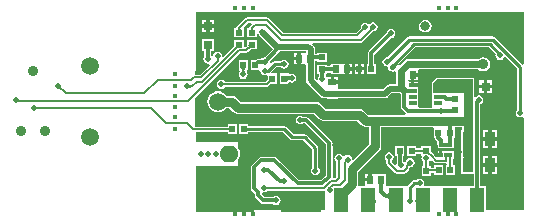
<source format=gtl>
G04*
G04 #@! TF.GenerationSoftware,Altium Limited,Altium Designer,19.1.6 (110)*
G04*
G04 Layer_Physical_Order=1*
G04 Layer_Color=255*
%FSAX25Y25*%
%MOIN*%
G70*
G01*
G75*
%ADD10C,0.01000*%
%ADD11C,0.00787*%
%ADD15R,0.13780X0.05906*%
%ADD16R,0.01181X0.01575*%
%ADD17R,0.01968X0.02362*%
%ADD18R,0.02362X0.01968*%
%ADD19R,0.19685X0.05906*%
%ADD20R,0.04724X0.07874*%
%ADD21R,0.02756X0.01181*%
%ADD22R,0.01968X0.01968*%
%ADD23R,0.03150X0.03150*%
%ADD24R,0.02362X0.02520*%
%ADD25R,0.03150X0.03150*%
%ADD26R,0.02520X0.02362*%
%ADD27R,0.03543X0.05118*%
%ADD47C,0.02953*%
%ADD48C,0.01181*%
%ADD49C,0.01968*%
%ADD50C,0.00600*%
%ADD51C,0.00984*%
%ADD52C,0.02362*%
%ADD53O,0.06299X0.05512*%
%ADD54C,0.03543*%
%ADD55C,0.05906*%
%ADD56C,0.03150*%
%ADD57C,0.01575*%
%ADD58C,0.01968*%
%ADD59C,0.02756*%
G36*
X0128632Y0177752D02*
X0128652Y0177547D01*
X0128670Y0177463D01*
X0128692Y0177393D01*
X0128719Y0177335D01*
X0128752Y0177290D01*
X0128789Y0177258D01*
X0128831Y0177239D01*
X0128878Y0177232D01*
X0127594D01*
X0127641Y0177239D01*
X0127684Y0177258D01*
X0127721Y0177290D01*
X0127753Y0177335D01*
X0127780Y0177393D01*
X0127803Y0177463D01*
X0127820Y0177547D01*
X0127833Y0177643D01*
X0127840Y0177752D01*
X0127842Y0177874D01*
X0128630D01*
X0128632Y0177752D01*
D02*
G37*
G36*
X0124341Y0177752D02*
X0124361Y0177547D01*
X0124378Y0177463D01*
X0124401Y0177393D01*
X0124428Y0177335D01*
X0124460Y0177290D01*
X0124497Y0177258D01*
X0124540Y0177239D01*
X0124587Y0177232D01*
X0123303D01*
X0123350Y0177239D01*
X0123392Y0177258D01*
X0123430Y0177290D01*
X0123462Y0177335D01*
X0123489Y0177393D01*
X0123512Y0177463D01*
X0123529Y0177547D01*
X0123541Y0177643D01*
X0123549Y0177752D01*
X0123551Y0177874D01*
X0124339D01*
X0124341Y0177752D01*
D02*
G37*
G36*
X0128112Y0171363D02*
X0128058Y0171387D01*
X0127997Y0171396D01*
X0127929Y0171389D01*
X0127855Y0171369D01*
X0127773Y0171332D01*
X0127685Y0171281D01*
X0127590Y0171215D01*
X0127488Y0171134D01*
X0127264Y0170926D01*
X0126643Y0171154D01*
X0126772Y0171287D01*
X0126972Y0171520D01*
X0127044Y0171621D01*
X0127097Y0171711D01*
X0127131Y0171791D01*
X0127147Y0171860D01*
X0127143Y0171918D01*
X0127121Y0171965D01*
X0127079Y0172002D01*
X0128112Y0171363D01*
D02*
G37*
G36*
X0123821D02*
X0123767Y0171387D01*
X0123706Y0171396D01*
X0123638Y0171389D01*
X0123563Y0171369D01*
X0123482Y0171332D01*
X0123393Y0171281D01*
X0123298Y0171215D01*
X0123197Y0171134D01*
X0122973Y0170926D01*
X0122352Y0171154D01*
X0122480Y0171287D01*
X0122681Y0171520D01*
X0122753Y0171621D01*
X0122806Y0171711D01*
X0122840Y0171791D01*
X0122855Y0171860D01*
X0122852Y0171918D01*
X0122829Y0171965D01*
X0122788Y0172002D01*
X0123821Y0171363D01*
D02*
G37*
G36*
X0114581Y0170642D02*
X0114480Y0170606D01*
X0114392Y0170546D01*
X0114315Y0170463D01*
X0114250Y0170356D01*
X0114197Y0170224D01*
X0114155Y0170069D01*
X0114126Y0169890D01*
X0114108Y0169687D01*
X0114102Y0169461D01*
X0112921D01*
X0112915Y0169687D01*
X0112898Y0169890D01*
X0112868Y0170069D01*
X0112827Y0170224D01*
X0112774Y0170356D01*
X0112709Y0170463D01*
X0112632Y0170546D01*
X0112543Y0170606D01*
X0112443Y0170642D01*
X0112331Y0170654D01*
X0114693D01*
X0114581Y0170642D01*
D02*
G37*
G36*
X0114103Y0168747D02*
X0114127Y0168400D01*
X0114138Y0168338D01*
X0114151Y0168284D01*
X0114165Y0168241D01*
X0114182Y0168207D01*
X0114201Y0168183D01*
X0112823D01*
X0112841Y0168207D01*
X0112858Y0168241D01*
X0112873Y0168284D01*
X0112886Y0168338D01*
X0112897Y0168400D01*
X0112912Y0168554D01*
X0112920Y0168747D01*
X0112921Y0168858D01*
X0114102D01*
X0114103Y0168747D01*
D02*
G37*
G36*
X0117209Y0167456D02*
X0117182Y0167429D01*
X0117158Y0167395D01*
X0117137Y0167354D01*
X0117119Y0167307D01*
X0117105Y0167253D01*
X0117094Y0167192D01*
X0117086Y0167124D01*
X0117081Y0167050D01*
X0117079Y0166969D01*
X0116480D01*
X0116478Y0167050D01*
X0116465Y0167192D01*
X0116454Y0167253D01*
X0116440Y0167307D01*
X0116422Y0167354D01*
X0116402Y0167395D01*
X0116378Y0167429D01*
X0116350Y0167456D01*
X0116320Y0167476D01*
X0117239D01*
X0117209Y0167456D01*
D02*
G37*
G36*
X0133998Y0167092D02*
X0133921Y0167013D01*
X0133692Y0166751D01*
X0133655Y0166699D01*
X0133627Y0166652D01*
X0133606Y0166611D01*
X0133594Y0166576D01*
X0133590Y0166545D01*
X0132616Y0167520D01*
X0132646Y0167524D01*
X0132682Y0167535D01*
X0132723Y0167556D01*
X0132770Y0167584D01*
X0132822Y0167621D01*
X0132942Y0167719D01*
X0133084Y0167850D01*
X0133163Y0167927D01*
X0133998Y0167092D01*
D02*
G37*
G36*
X0131903Y0165847D02*
X0131879Y0165865D01*
X0131845Y0165882D01*
X0131802Y0165897D01*
X0131749Y0165909D01*
X0131686Y0165920D01*
X0131532Y0165936D01*
X0131339Y0165944D01*
X0131228Y0165945D01*
Y0167126D01*
X0131339Y0167127D01*
X0131686Y0167151D01*
X0131749Y0167161D01*
X0131802Y0167174D01*
X0131845Y0167189D01*
X0131879Y0167206D01*
X0131903Y0167224D01*
Y0165847D01*
D02*
G37*
G36*
X0122508Y0183105D02*
X0122567Y0183093D01*
X0122626Y0183105D01*
X0125461D01*
X0125520Y0183093D01*
X0125578Y0183105D01*
X0128414D01*
X0128472Y0183093D01*
X0128531Y0183105D01*
X0190422Y0183105D01*
X0190480Y0183093D01*
X0190539Y0183105D01*
X0193375Y0183105D01*
X0193433Y0183093D01*
X0193492Y0183105D01*
X0196327D01*
X0196386Y0183093D01*
X0196444Y0183105D01*
X0218900D01*
X0218900Y0165705D01*
X0218400Y0165553D01*
X0218366Y0165603D01*
X0209272Y0174697D01*
X0208941Y0174918D01*
X0208551Y0174996D01*
X0180638D01*
X0180247Y0174918D01*
X0179917Y0174697D01*
X0173295Y0168076D01*
X0173236Y0168088D01*
X0172657Y0167973D01*
X0172166Y0167645D01*
X0171838Y0167154D01*
X0171723Y0166575D01*
X0171838Y0165996D01*
X0172166Y0165505D01*
X0172657Y0165177D01*
X0173200Y0165069D01*
X0173236Y0165061D01*
X0173582Y0164620D01*
X0173575Y0164587D01*
X0173653Y0164196D01*
X0173873Y0163866D01*
X0174204Y0163645D01*
X0174294Y0163627D01*
X0174626Y0163405D01*
X0175205Y0163290D01*
X0175784Y0163405D01*
X0175825Y0163433D01*
X0176325Y0163165D01*
Y0161378D01*
X0176358Y0161212D01*
Y0161044D01*
X0176317Y0160945D01*
X0176317Y0159072D01*
X0174102D01*
X0174102Y0159072D01*
X0173523Y0158957D01*
X0173032Y0158629D01*
X0173032Y0158629D01*
X0171901Y0157498D01*
X0157213D01*
X0156768Y0157631D01*
Y0158083D01*
X0156768Y0158165D01*
Y0159173D01*
X0155008D01*
Y0159764D01*
X0154417D01*
Y0161445D01*
X0153575D01*
X0153159Y0161548D01*
X0152932Y0161814D01*
X0152866Y0161912D01*
X0152867Y0161919D01*
X0152860Y0161939D01*
X0152857Y0161951D01*
X0152854Y0161969D01*
X0152839Y0162189D01*
X0152852Y0162339D01*
X0152873Y0162470D01*
X0152899Y0162566D01*
X0152921Y0162623D01*
X0152928Y0162624D01*
X0152975Y0162650D01*
X0153382D01*
Y0162945D01*
X0153411Y0162953D01*
X0153517Y0162971D01*
X0153853Y0162999D01*
X0153872Y0162999D01*
X0153953Y0162997D01*
X0154117Y0162982D01*
X0154247Y0162961D01*
X0154342Y0162935D01*
X0154401Y0162911D01*
X0154401Y0162911D01*
X0154403Y0162896D01*
X0154429Y0162848D01*
Y0162374D01*
X0157709D01*
X0157791Y0162374D01*
X0158209D01*
X0158291Y0162374D01*
X0159299D01*
Y0162829D01*
X0159244Y0162866D01*
X0159177Y0162890D01*
X0159102Y0162898D01*
X0159299D01*
Y0164134D01*
Y0165894D01*
X0158291D01*
X0158209Y0165894D01*
X0157791D01*
X0157709Y0165894D01*
X0154429D01*
Y0165420D01*
X0154403Y0165372D01*
X0154401Y0165357D01*
X0154401Y0165357D01*
X0154342Y0165333D01*
X0154247Y0165307D01*
X0154117Y0165285D01*
X0153953Y0165271D01*
X0153930Y0165270D01*
X0153665Y0165280D01*
X0153524Y0165295D01*
X0153411Y0165315D01*
X0153382Y0165322D01*
Y0165618D01*
X0152940D01*
X0152870Y0165647D01*
X0152828Y0165630D01*
X0152783Y0165640D01*
X0152747Y0165618D01*
X0150020D01*
Y0163267D01*
X0149994Y0163219D01*
X0150002Y0163190D01*
X0149990Y0163162D01*
X0150020Y0163091D01*
Y0162650D01*
X0150426D01*
X0150474Y0162624D01*
X0150480Y0162623D01*
X0150503Y0162566D01*
X0150528Y0162470D01*
X0150550Y0162339D01*
X0150564Y0162175D01*
X0150564Y0162165D01*
X0150561Y0162097D01*
X0150549Y0161978D01*
X0150545Y0161951D01*
X0150542Y0161939D01*
X0150535Y0161919D01*
X0150535Y0161912D01*
X0150303Y0161563D01*
X0150188Y0160984D01*
X0150239Y0160727D01*
X0149778Y0160480D01*
X0149277Y0160981D01*
Y0165839D01*
X0149406D01*
Y0166959D01*
X0150020D01*
Y0166587D01*
X0153382D01*
Y0169555D01*
X0150020D01*
Y0169183D01*
X0149406D01*
Y0169358D01*
X0149277D01*
Y0170709D01*
X0149162Y0171288D01*
X0148834Y0171779D01*
X0148834Y0171779D01*
X0148244Y0172368D01*
X0148451Y0172868D01*
X0164417D01*
X0164766Y0172938D01*
X0165061Y0173135D01*
X0168573Y0176647D01*
X0168593Y0176676D01*
X0169170Y0176791D01*
X0169661Y0177119D01*
X0169989Y0177610D01*
X0170104Y0178189D01*
X0169989Y0178768D01*
X0169661Y0179259D01*
X0169170Y0179587D01*
X0168591Y0179702D01*
X0168011Y0179587D01*
X0167520Y0179259D01*
X0167505Y0179236D01*
X0166915Y0179253D01*
X0166532Y0179508D01*
X0165953Y0179624D01*
X0165374Y0179508D01*
X0164883Y0179180D01*
X0164555Y0178689D01*
X0164439Y0178110D01*
X0164477Y0177923D01*
X0162819Y0176266D01*
X0138692D01*
X0133841Y0181117D01*
X0133546Y0181314D01*
X0133197Y0181384D01*
X0126543D01*
X0126195Y0181314D01*
X0125899Y0181117D01*
X0123301Y0178518D01*
X0123103Y0178223D01*
X0123057Y0177993D01*
X0123010Y0177885D01*
X0123008Y0177776D01*
X0123006Y0177744D01*
X0122264D01*
Y0174776D01*
X0125626D01*
Y0177744D01*
X0125626D01*
X0125473Y0178113D01*
X0126921Y0179561D01*
X0127928D01*
X0128135Y0179061D01*
X0127592Y0178518D01*
X0127394Y0178223D01*
X0127349Y0177993D01*
X0127301Y0177885D01*
X0127299Y0177776D01*
X0127297Y0177744D01*
X0126555D01*
Y0174776D01*
X0129917D01*
Y0175842D01*
X0130417Y0175962D01*
X0130670Y0175583D01*
X0135376Y0170878D01*
X0132831Y0168332D01*
X0132784Y0168313D01*
X0132711Y0168242D01*
X0132588Y0168128D01*
X0132494Y0168052D01*
X0132472Y0168037D01*
X0132462Y0168030D01*
X0132443Y0168021D01*
X0132438Y0168015D01*
X0132027Y0167934D01*
X0131679Y0167701D01*
X0131671Y0167701D01*
X0131651Y0167694D01*
X0131640Y0167692D01*
X0131622Y0167689D01*
X0131318Y0167668D01*
X0131224Y0167667D01*
X0131177Y0167647D01*
X0130283D01*
X0130283Y0167647D01*
X0129858Y0167563D01*
X0129497Y0167322D01*
X0129497Y0167322D01*
X0129368Y0167193D01*
X0127776D01*
Y0163831D01*
X0130601D01*
X0130930Y0163622D01*
X0131069Y0163465D01*
X0131169Y0162964D01*
X0131497Y0162473D01*
X0131988Y0162145D01*
X0132567Y0162030D01*
X0132984Y0162113D01*
X0133484Y0161816D01*
Y0161004D01*
X0133469Y0160983D01*
X0133484Y0160891D01*
Y0160755D01*
X0133462Y0160717D01*
X0133425Y0160663D01*
X0133279Y0160488D01*
X0133182Y0160387D01*
X0133159Y0160328D01*
X0132780Y0159950D01*
X0119240D01*
X0119149Y0160086D01*
X0118658Y0160414D01*
X0118079Y0160529D01*
X0117499Y0160414D01*
X0117008Y0160086D01*
X0116681Y0159595D01*
X0116565Y0159016D01*
X0116681Y0158437D01*
X0117008Y0157946D01*
X0117499Y0157617D01*
X0118079Y0157502D01*
X0118658Y0157617D01*
X0119149Y0157946D01*
X0119398Y0158318D01*
X0133118D01*
X0133118Y0158318D01*
X0133430Y0158380D01*
X0133695Y0158557D01*
X0134112Y0158974D01*
X0134169Y0158995D01*
X0134408Y0159219D01*
X0134490Y0159285D01*
X0134510Y0159299D01*
X0134526Y0159288D01*
X0134572Y0159296D01*
X0134615Y0159275D01*
X0134696Y0159303D01*
X0136453D01*
Y0162665D01*
X0134901D01*
X0134694Y0163165D01*
X0136296Y0164768D01*
X0137401D01*
X0137447Y0164747D01*
X0137635Y0164740D01*
X0137695Y0164734D01*
X0137749Y0164725D01*
X0137791Y0164716D01*
X0137820Y0164707D01*
X0137835Y0164701D01*
X0137844Y0164693D01*
X0137853Y0164690D01*
X0137861Y0164685D01*
X0137878Y0164681D01*
X0137901Y0164673D01*
X0138326Y0164389D01*
X0138905Y0164274D01*
X0139485Y0164389D01*
X0139976Y0164717D01*
X0140304Y0165208D01*
X0140419Y0165787D01*
X0140304Y0166367D01*
X0139976Y0166858D01*
X0139485Y0167185D01*
X0138905Y0167301D01*
X0138326Y0167185D01*
X0137901Y0166902D01*
X0137878Y0166894D01*
X0137861Y0166890D01*
X0137853Y0166885D01*
X0137844Y0166882D01*
X0137835Y0166874D01*
X0137820Y0166868D01*
X0137791Y0166859D01*
X0137749Y0166850D01*
X0137701Y0166842D01*
X0137547Y0166830D01*
X0137457Y0166829D01*
X0137408Y0166807D01*
X0135874D01*
X0135484Y0166729D01*
X0135153Y0166508D01*
X0134744Y0166099D01*
X0134233Y0166296D01*
X0134221Y0166534D01*
X0134318Y0166645D01*
X0134384Y0166713D01*
X0134403Y0166760D01*
X0137526Y0169883D01*
X0137698Y0170140D01*
X0146192D01*
X0146250Y0170082D01*
Y0169565D01*
X0146043Y0169358D01*
X0145626D01*
X0145543Y0169358D01*
X0144535D01*
Y0167598D01*
Y0165839D01*
X0145543D01*
X0145626Y0165839D01*
X0146043D01*
X0146250Y0165390D01*
Y0160354D01*
X0146250Y0160354D01*
X0146366Y0159775D01*
X0146694Y0159284D01*
X0147519Y0158459D01*
X0147757Y0158103D01*
X0148112Y0157866D01*
X0151064Y0154914D01*
X0151555Y0154586D01*
X0152134Y0154471D01*
X0152134Y0154471D01*
X0153248D01*
Y0154303D01*
X0156768D01*
Y0154471D01*
X0172528D01*
X0172528Y0154471D01*
X0173107Y0154586D01*
X0173598Y0154914D01*
X0174729Y0156046D01*
X0177685D01*
X0177754Y0155976D01*
Y0151614D01*
X0177754Y0151614D01*
X0177839Y0151189D01*
X0178080Y0150828D01*
X0179425Y0149483D01*
X0179365Y0149194D01*
X0179237Y0148983D01*
X0166945D01*
X0165645Y0150283D01*
X0164992Y0150720D01*
X0164220Y0150873D01*
X0152811D01*
X0151000Y0152685D01*
X0150346Y0153122D01*
X0149575Y0153275D01*
X0124307D01*
X0122850Y0154732D01*
X0122196Y0155169D01*
X0121425Y0155322D01*
X0119664D01*
X0119321Y0155770D01*
X0118599Y0156323D01*
X0117760Y0156671D01*
X0116858Y0156790D01*
X0115957Y0156671D01*
X0115117Y0156323D01*
X0114396Y0155770D01*
X0113842Y0155048D01*
X0113494Y0154208D01*
X0113376Y0153307D01*
X0113494Y0152406D01*
X0113842Y0151566D01*
X0114396Y0150845D01*
X0115117Y0150291D01*
X0115957Y0149943D01*
X0116858Y0149825D01*
X0117760Y0149943D01*
X0118599Y0150291D01*
X0119321Y0150845D01*
X0119664Y0151292D01*
X0120590D01*
X0122048Y0149835D01*
X0122701Y0149398D01*
X0123472Y0149245D01*
X0148740D01*
X0150551Y0147433D01*
X0151205Y0146996D01*
X0151976Y0146843D01*
X0163386D01*
X0164686Y0145543D01*
X0165339Y0145106D01*
X0166111Y0144953D01*
X0167284D01*
Y0139181D01*
X0162072Y0133969D01*
X0162060Y0133970D01*
X0161562Y0134166D01*
X0161485Y0134555D01*
X0161157Y0135047D01*
X0160666Y0135374D01*
X0160087Y0135490D01*
X0159508Y0135374D01*
X0159017Y0135047D01*
X0159012Y0135045D01*
X0158448Y0135095D01*
X0158243Y0135401D01*
X0157752Y0135729D01*
X0157173Y0135844D01*
X0156594Y0135729D01*
X0156103Y0135401D01*
X0155775Y0134910D01*
X0155660Y0134331D01*
X0155775Y0133752D01*
X0156103Y0133261D01*
X0156262Y0133154D01*
Y0128174D01*
X0155905Y0127827D01*
X0155397Y0127851D01*
X0155089Y0128246D01*
X0155096Y0128284D01*
Y0139449D01*
X0155096Y0139449D01*
X0155011Y0139874D01*
X0154771Y0140235D01*
X0154771Y0140235D01*
X0147034Y0147971D01*
X0146674Y0148212D01*
X0146248Y0148297D01*
X0146248Y0148297D01*
X0145366D01*
X0144937Y0148583D01*
X0144358Y0148698D01*
X0143779Y0148583D01*
X0143288Y0148255D01*
X0142960Y0147764D01*
X0142845Y0147185D01*
X0142960Y0146606D01*
X0143288Y0146115D01*
X0143779Y0145787D01*
X0144358Y0145672D01*
X0144937Y0145787D01*
X0145366Y0146073D01*
X0145787D01*
X0152872Y0138988D01*
Y0128779D01*
X0152022Y0127928D01*
X0151963Y0127889D01*
X0151963Y0127889D01*
X0151237Y0127163D01*
X0143905D01*
X0136503Y0134566D01*
X0136142Y0134807D01*
X0135717Y0134891D01*
X0135716Y0134891D01*
X0131386D01*
X0130960Y0134807D01*
X0130600Y0134566D01*
X0130600Y0134566D01*
X0128182Y0132148D01*
X0127940Y0131787D01*
X0127856Y0131361D01*
X0127856Y0131361D01*
Y0124413D01*
X0127856Y0124413D01*
X0127940Y0123988D01*
X0128182Y0123627D01*
X0129219Y0122590D01*
Y0122000D01*
X0129219Y0122000D01*
X0129303Y0121574D01*
X0129544Y0121214D01*
X0131220Y0119538D01*
X0131220Y0119538D01*
X0131581Y0119297D01*
X0132006Y0119212D01*
X0132074Y0119226D01*
X0135252D01*
X0135680Y0118940D01*
X0136260Y0118825D01*
X0136839Y0118940D01*
X0137330Y0119268D01*
X0137658Y0119759D01*
X0137773Y0120338D01*
X0137658Y0120917D01*
X0137330Y0121408D01*
X0136839Y0121736D01*
X0136260Y0121851D01*
X0135680Y0121736D01*
X0135252Y0121450D01*
X0132453D01*
X0131537Y0122366D01*
X0131580Y0122803D01*
X0132009Y0123110D01*
X0132292Y0123054D01*
X0132871Y0123169D01*
X0133362Y0123497D01*
X0133468Y0123656D01*
X0152313D01*
X0152488Y0123512D01*
X0152488Y0117210D01*
X0128531Y0117210D01*
X0128472Y0117222D01*
X0128414Y0117210D01*
X0125578D01*
X0125520Y0117222D01*
X0125461Y0117210D01*
X0122626D01*
X0122567Y0117222D01*
X0122508Y0117210D01*
X0110052D01*
X0109698Y0117564D01*
X0109699Y0131928D01*
X0123748D01*
Y0134239D01*
X0123761Y0134256D01*
X0124089Y0135048D01*
X0124201Y0135898D01*
X0124089Y0136748D01*
X0123761Y0137540D01*
X0123748Y0137557D01*
Y0139802D01*
X0109698D01*
Y0142283D01*
X0109629Y0142632D01*
X0109505Y0142818D01*
X0109517Y0142882D01*
X0109633Y0143194D01*
X0109726Y0143318D01*
X0119979D01*
X0120036Y0143293D01*
X0120136Y0143290D01*
X0120138Y0143290D01*
Y0142453D01*
X0123106D01*
Y0145815D01*
X0120138D01*
Y0144978D01*
X0120136Y0144977D01*
X0120036Y0144975D01*
X0119979Y0144949D01*
X0109181D01*
Y0154398D01*
X0124401Y0169617D01*
X0126346D01*
X0126347Y0169617D01*
X0126659Y0169679D01*
X0126923Y0169856D01*
X0127575Y0170508D01*
X0127632Y0170529D01*
X0127841Y0170723D01*
X0127913Y0170781D01*
X0127976Y0170824D01*
X0128000Y0170839D01*
X0128219D01*
X0128236Y0170836D01*
X0128240Y0170839D01*
X0129917D01*
Y0173807D01*
X0126555D01*
Y0172017D01*
X0126539Y0171970D01*
X0126555Y0171937D01*
Y0171896D01*
X0126552Y0171878D01*
X0126555Y0171874D01*
Y0171867D01*
X0126546Y0171854D01*
X0126372Y0171651D01*
X0126254Y0171530D01*
X0126231Y0171471D01*
X0126126Y0171366D01*
X0125626Y0171532D01*
Y0173807D01*
X0122264D01*
Y0172017D01*
X0122248Y0171970D01*
X0122264Y0171937D01*
Y0171896D01*
X0122261Y0171878D01*
X0122264Y0171874D01*
Y0171867D01*
X0122255Y0171854D01*
X0122080Y0171651D01*
X0121963Y0171530D01*
X0121939Y0171471D01*
X0118772Y0168304D01*
X0118687Y0168311D01*
X0118262Y0168501D01*
X0118178Y0168926D01*
X0117850Y0169416D01*
X0117359Y0169745D01*
X0116779Y0169860D01*
X0116200Y0169745D01*
X0115709Y0169416D01*
X0115381Y0168926D01*
X0115348Y0168759D01*
X0114803Y0168581D01*
X0114647Y0168723D01*
X0114644Y0168768D01*
X0114644Y0168863D01*
X0114624Y0168910D01*
Y0169403D01*
X0114643Y0169447D01*
X0114649Y0169657D01*
X0114663Y0169823D01*
X0114685Y0169955D01*
X0114711Y0170052D01*
X0114735Y0170112D01*
X0114736Y0170114D01*
X0114750Y0170116D01*
X0114776Y0170130D01*
X0115587D01*
Y0174279D01*
X0111437D01*
Y0170130D01*
X0112248D01*
X0112274Y0170116D01*
X0112287Y0170114D01*
X0112288Y0170112D01*
X0112312Y0170053D01*
X0112338Y0169955D01*
X0112360Y0169823D01*
X0112375Y0169657D01*
X0112380Y0169447D01*
X0112400Y0169403D01*
Y0168910D01*
X0112380Y0168863D01*
X0112379Y0168761D01*
X0112372Y0168593D01*
X0112360Y0168474D01*
X0112356Y0168447D01*
X0112353Y0168435D01*
X0112346Y0168415D01*
X0112346Y0168408D01*
X0112114Y0168059D01*
X0111998Y0167480D01*
X0112114Y0166901D01*
X0112442Y0166410D01*
X0112933Y0166082D01*
X0113512Y0165967D01*
X0113547Y0165974D01*
X0114084Y0165571D01*
X0114095Y0165438D01*
X0110969Y0162312D01*
X0109181D01*
Y0163519D01*
X0109432Y0163687D01*
X0109629Y0163982D01*
X0109698Y0164331D01*
X0109698Y0166693D01*
X0109698Y0183105D01*
X0122508D01*
D02*
G37*
G36*
X0138203Y0165098D02*
X0138162Y0165134D01*
X0138114Y0165166D01*
X0138058Y0165195D01*
X0137996Y0165219D01*
X0137926Y0165240D01*
X0137849Y0165257D01*
X0137764Y0165270D01*
X0137672Y0165280D01*
X0137467Y0165287D01*
Y0166287D01*
X0137573Y0166289D01*
X0137764Y0166304D01*
X0137849Y0166318D01*
X0137926Y0166335D01*
X0137996Y0166355D01*
X0138058Y0166380D01*
X0138114Y0166408D01*
X0138162Y0166440D01*
X0138203Y0166476D01*
Y0165098D01*
D02*
G37*
G36*
X0154941Y0162953D02*
X0154929Y0163065D01*
X0154894Y0163165D01*
X0154835Y0163254D01*
X0154752Y0163331D01*
X0154646Y0163396D01*
X0154516Y0163449D01*
X0154362Y0163490D01*
X0154185Y0163520D01*
X0153984Y0163537D01*
X0153874Y0163540D01*
X0153827Y0163540D01*
X0153449Y0163509D01*
X0153295Y0163482D01*
X0153165Y0163448D01*
X0153059Y0163406D01*
X0152976Y0163356D01*
X0152917Y0163299D01*
X0152882Y0163234D01*
X0152870Y0163162D01*
X0152760Y0163150D01*
X0152662Y0163114D01*
X0152575Y0163055D01*
X0152500Y0162973D01*
X0152436Y0162866D01*
X0152384Y0162736D01*
X0152343Y0162583D01*
X0152314Y0162406D01*
X0152297Y0162205D01*
X0152297Y0162187D01*
X0152316Y0161904D01*
X0152327Y0161841D01*
X0152340Y0161788D01*
X0152354Y0161745D01*
X0152371Y0161711D01*
X0152390Y0161687D01*
X0151012D01*
X0151031Y0161711D01*
X0151047Y0161745D01*
X0151062Y0161788D01*
X0151075Y0161841D01*
X0151086Y0161904D01*
X0151101Y0162058D01*
X0151106Y0162161D01*
X0151104Y0162205D01*
X0151087Y0162406D01*
X0151058Y0162583D01*
X0151018Y0162736D01*
X0150966Y0162866D01*
X0150902Y0162973D01*
X0150827Y0163055D01*
X0150740Y0163114D01*
X0150642Y0163150D01*
X0150532Y0163162D01*
X0152870D01*
Y0165106D01*
X0152882Y0165034D01*
X0152917Y0164969D01*
X0152976Y0164911D01*
X0153059Y0164862D01*
X0153165Y0164820D01*
X0153295Y0164786D01*
X0153449Y0164759D01*
X0153626Y0164740D01*
X0153928Y0164729D01*
X0153984Y0164730D01*
X0154185Y0164748D01*
X0154362Y0164778D01*
X0154516Y0164819D01*
X0154646Y0164872D01*
X0154752Y0164937D01*
X0154835Y0165014D01*
X0154894Y0165102D01*
X0154929Y0165203D01*
X0154941Y0165315D01*
Y0162953D01*
D02*
G37*
G36*
X0209464Y0168984D02*
X0209400Y0168661D01*
X0209515Y0168082D01*
X0209843Y0167591D01*
X0210334Y0167263D01*
X0210913Y0167148D01*
X0211492Y0167263D01*
X0211983Y0167591D01*
X0212305Y0168073D01*
X0212357Y0168149D01*
X0212848Y0168237D01*
X0216626Y0164460D01*
Y0150631D01*
X0216575Y0150598D01*
X0216247Y0150107D01*
X0216132Y0149528D01*
X0216247Y0148948D01*
X0216575Y0148457D01*
X0217066Y0148129D01*
X0217645Y0148014D01*
X0218225Y0148129D01*
X0218400Y0148247D01*
X0218900Y0147979D01*
X0218900Y0117210D01*
X0206138D01*
Y0125067D01*
X0205729D01*
X0205638Y0125157D01*
Y0125157D01*
X0204387D01*
Y0152464D01*
X0204465Y0152480D01*
X0204956Y0152808D01*
X0205284Y0153299D01*
X0205399Y0153878D01*
X0205284Y0154457D01*
X0204956Y0154948D01*
X0204465Y0155276D01*
X0203886Y0155391D01*
X0203307Y0155276D01*
X0202816Y0154948D01*
X0202680Y0154746D01*
X0202180Y0154897D01*
Y0155829D01*
X0202202Y0155838D01*
X0202360Y0156220D01*
Y0160669D01*
X0202202Y0161052D01*
X0201819Y0161211D01*
X0190008D01*
X0189625Y0161052D01*
X0189625Y0161052D01*
X0188443Y0159870D01*
X0188209D01*
Y0159470D01*
X0188168Y0159370D01*
X0188168Y0159370D01*
Y0156220D01*
X0188209Y0156121D01*
Y0151784D01*
X0188209D01*
X0188148Y0151309D01*
X0183758D01*
X0183697Y0151784D01*
X0183697D01*
Y0155720D01*
Y0158189D01*
X0181819D01*
Y0158780D01*
X0181228D01*
Y0159870D01*
X0180740D01*
X0180391Y0160370D01*
X0180404Y0160406D01*
X0181228D01*
Y0162165D01*
X0181819D01*
Y0162756D01*
X0183500D01*
Y0163925D01*
X0183939Y0164073D01*
X0203701D01*
X0204397Y0163608D01*
X0205283Y0163432D01*
X0206170Y0163608D01*
X0206921Y0164110D01*
X0207423Y0164862D01*
X0207600Y0165748D01*
X0207423Y0166634D01*
X0206921Y0167386D01*
X0206170Y0167888D01*
X0205283Y0168064D01*
X0204397Y0167888D01*
X0203819Y0167501D01*
X0180362D01*
X0179706Y0167371D01*
X0179150Y0166999D01*
X0177561Y0165410D01*
X0177007Y0165563D01*
X0176995Y0165611D01*
X0182742Y0171358D01*
X0207089D01*
X0209464Y0168984D01*
D02*
G37*
G36*
X0134648Y0159815D02*
X0134610Y0159858D01*
X0134562Y0159882D01*
X0134503Y0159887D01*
X0134434Y0159873D01*
X0134354Y0159840D01*
X0134264Y0159788D01*
X0134164Y0159717D01*
X0134053Y0159627D01*
X0133799Y0159391D01*
X0133572Y0160012D01*
X0133682Y0160126D01*
X0133857Y0160335D01*
X0133922Y0160430D01*
X0133972Y0160518D01*
X0134007Y0160599D01*
X0134027Y0160674D01*
X0134031Y0160743D01*
X0134021Y0160805D01*
X0133996Y0160861D01*
X0134648Y0159815D01*
D02*
G37*
G36*
X0107362Y0158961D02*
X0107441Y0158895D01*
X0107520Y0158837D01*
X0107601Y0158786D01*
X0107683Y0158744D01*
X0107766Y0158709D01*
X0107850Y0158681D01*
X0107936Y0158662D01*
X0108022Y0158650D01*
X0108111Y0158647D01*
Y0158046D01*
X0108022Y0158043D01*
X0107936Y0158031D01*
X0107850Y0158011D01*
X0107766Y0157984D01*
X0107683Y0157949D01*
X0107601Y0157906D01*
X0107520Y0157856D01*
X0107441Y0157798D01*
X0107362Y0157731D01*
X0107286Y0157658D01*
Y0159035D01*
X0107362Y0158961D01*
D02*
G37*
G36*
X0201819Y0156220D02*
X0188709D01*
Y0159370D01*
X0190008Y0160669D01*
X0201819D01*
Y0156220D01*
D02*
G37*
G36*
X0179220Y0158268D02*
X0180087Y0157402D01*
X0180638Y0157402D01*
X0180638Y0156850D01*
X0180638Y0156220D01*
X0178276Y0156220D01*
X0176858Y0157638D01*
X0176858Y0160945D01*
X0179220D01*
X0179220Y0158268D01*
D02*
G37*
G36*
X0120662Y0143534D02*
X0120656Y0143591D01*
X0120637Y0143642D01*
X0120607Y0143687D01*
X0120564Y0143726D01*
X0120509Y0143759D01*
X0120441Y0143786D01*
X0120362Y0143807D01*
X0120270Y0143822D01*
X0120166Y0143831D01*
X0120050Y0143834D01*
Y0144434D01*
X0120166Y0144437D01*
X0120270Y0144446D01*
X0120362Y0144461D01*
X0120441Y0144482D01*
X0120509Y0144509D01*
X0120564Y0144542D01*
X0120607Y0144581D01*
X0120637Y0144626D01*
X0120656Y0144677D01*
X0120662Y0144734D01*
Y0143534D01*
D02*
G37*
G36*
X0198111Y0143965D02*
X0197854D01*
Y0138429D01*
X0197825Y0138358D01*
X0197854Y0138288D01*
X0197854Y0138276D01*
X0197847Y0138207D01*
X0197854Y0137846D01*
X0197984D01*
X0198084Y0136283D01*
X0198083Y0136221D01*
X0198040Y0135539D01*
X0198012Y0135303D01*
X0198005Y0135264D01*
X0197854Y0135264D01*
X0197847Y0134903D01*
X0197854Y0134834D01*
X0197854Y0134822D01*
X0197825Y0134752D01*
X0197854Y0134681D01*
Y0129146D01*
X0202164D01*
Y0125157D01*
X0185773Y0125157D01*
X0185589Y0125503D01*
X0185551Y0125657D01*
X0185655Y0126181D01*
X0185540Y0126760D01*
X0185212Y0127251D01*
X0184721Y0127579D01*
X0184142Y0127694D01*
X0183562Y0127579D01*
X0183071Y0127251D01*
X0183032Y0127193D01*
X0182409D01*
X0182022Y0127116D01*
X0181694Y0126896D01*
X0180119Y0125321D01*
X0180010Y0125157D01*
X0173390D01*
X0173067Y0125524D01*
Y0129043D01*
X0169787D01*
X0169705Y0129043D01*
X0169287D01*
X0169205Y0129043D01*
X0168197D01*
Y0127284D01*
X0167606D01*
Y0126693D01*
X0165925D01*
Y0125657D01*
X0165602Y0125157D01*
X0163937D01*
X0163620Y0125544D01*
X0163677Y0125827D01*
Y0129874D01*
X0170724Y0136922D01*
X0171161Y0137575D01*
X0171314Y0138347D01*
Y0144953D01*
X0188671D01*
X0188917Y0144555D01*
Y0141193D01*
X0189290Y0141181D01*
X0189374Y0140756D01*
X0189615Y0140395D01*
X0190077Y0139933D01*
Y0138976D01*
X0190098Y0138869D01*
Y0137689D01*
X0195429D01*
Y0138869D01*
X0195450Y0138976D01*
Y0141193D01*
X0195823D01*
Y0144555D01*
X0196069Y0144953D01*
X0198111D01*
Y0143965D01*
D02*
G37*
G36*
X0201832Y0138329D02*
X0201784Y0138240D01*
X0201741Y0138093D01*
X0201704Y0137886D01*
X0201673Y0137620D01*
X0201628Y0136912D01*
X0201626Y0136815D01*
X0201741Y0135018D01*
X0201784Y0134870D01*
X0201832Y0134781D01*
X0201886Y0134752D01*
X0198366D01*
X0198420Y0134781D01*
X0198468Y0134870D01*
X0198511Y0135018D01*
X0198548Y0135224D01*
X0198579Y0135490D01*
X0198624Y0136199D01*
X0198626Y0136295D01*
X0198511Y0138093D01*
X0198468Y0138240D01*
X0198420Y0138329D01*
X0198366Y0138358D01*
X0201886D01*
X0201832Y0138329D01*
D02*
G37*
%LPC*%
G36*
X0115587Y0180579D02*
X0114102D01*
Y0179095D01*
X0115587D01*
Y0180579D01*
D02*
G37*
G36*
X0112921D02*
X0111437D01*
Y0179095D01*
X0112921D01*
Y0180579D01*
D02*
G37*
G36*
X0115587Y0177913D02*
X0114102D01*
Y0176429D01*
X0115587D01*
Y0177913D01*
D02*
G37*
G36*
X0112921D02*
X0111437D01*
Y0176429D01*
X0112921D01*
Y0177913D01*
D02*
G37*
G36*
X0185992Y0180580D02*
X0185183Y0180419D01*
X0184496Y0179960D01*
X0184038Y0179274D01*
X0183877Y0178465D01*
X0184038Y0177655D01*
X0184496Y0176969D01*
X0185183Y0176510D01*
X0185992Y0176349D01*
X0186802Y0176510D01*
X0187488Y0176969D01*
X0187947Y0177655D01*
X0188108Y0178465D01*
X0187947Y0179274D01*
X0187488Y0179960D01*
X0186802Y0180419D01*
X0185992Y0180580D01*
D02*
G37*
G36*
X0143354Y0169358D02*
X0142264D01*
Y0168189D01*
X0143354D01*
Y0169358D01*
D02*
G37*
G36*
Y0167008D02*
X0142264D01*
Y0165839D01*
X0143354D01*
Y0167008D01*
D02*
G37*
G36*
X0165508Y0165933D02*
X0164614D01*
Y0164842D01*
X0165508D01*
Y0165933D01*
D02*
G37*
G36*
X0163433D02*
X0162539D01*
Y0164842D01*
X0162983D01*
X0163020Y0164898D01*
X0163043Y0164965D01*
X0163051Y0165039D01*
Y0164842D01*
X0163433D01*
Y0165933D01*
D02*
G37*
G36*
X0160480Y0165894D02*
Y0164724D01*
X0161047D01*
Y0165039D01*
X0161055Y0164965D01*
X0161079Y0164898D01*
X0161119Y0164839D01*
X0161175Y0164787D01*
X0161247Y0164744D01*
X0161296Y0164724D01*
X0161571D01*
Y0165894D01*
X0160480D01*
D02*
G37*
G36*
X0163433Y0163661D02*
X0163051D01*
Y0163465D01*
X0163043Y0163539D01*
X0163020Y0163606D01*
X0162983Y0163661D01*
X0162539D01*
Y0162571D01*
X0163433D01*
Y0163661D01*
D02*
G37*
G36*
X0161571Y0163543D02*
X0161056D01*
X0161055Y0163539D01*
X0161047Y0163465D01*
Y0163543D01*
X0160480D01*
Y0162898D01*
X0160677D01*
X0160602Y0162890D01*
X0160535Y0162866D01*
X0160480Y0162829D01*
Y0162374D01*
X0161571D01*
Y0163543D01*
D02*
G37*
G36*
X0139881Y0162695D02*
X0139844Y0162680D01*
X0139805Y0162690D01*
X0139763Y0162665D01*
X0137421D01*
Y0159303D01*
X0140390D01*
Y0159460D01*
X0140890Y0159728D01*
X0140925Y0159704D01*
X0141504Y0159589D01*
X0142083Y0159704D01*
X0142574Y0160032D01*
X0142902Y0160523D01*
X0143017Y0161102D01*
X0142902Y0161681D01*
X0142574Y0162172D01*
X0142083Y0162501D01*
X0141504Y0162616D01*
X0140925Y0162501D01*
X0140890Y0162477D01*
X0140390Y0162665D01*
Y0162665D01*
X0139899Y0162687D01*
X0139881Y0162695D01*
D02*
G37*
G36*
X0174535Y0177537D02*
X0173956Y0177422D01*
X0173465Y0177094D01*
X0173137Y0176603D01*
X0173037Y0176098D01*
X0167174Y0170235D01*
X0166933Y0169874D01*
X0166849Y0169449D01*
X0166849Y0169449D01*
Y0165933D01*
X0166476D01*
Y0162571D01*
X0169445D01*
Y0165933D01*
X0169073D01*
Y0168988D01*
X0174609Y0174525D01*
X0175115Y0174626D01*
X0175605Y0174953D01*
X0175934Y0175444D01*
X0176049Y0176024D01*
X0175934Y0176603D01*
X0175605Y0177094D01*
X0175115Y0177422D01*
X0174535Y0177537D01*
D02*
G37*
G36*
X0165508Y0163661D02*
X0164614D01*
Y0162571D01*
X0165508D01*
Y0163661D01*
D02*
G37*
G36*
X0126807Y0167193D02*
X0123839D01*
Y0163831D01*
X0123898D01*
X0123938Y0163818D01*
X0123954Y0163811D01*
X0124068Y0163661D01*
X0124133Y0163540D01*
X0124185Y0163331D01*
X0123925Y0162941D01*
X0123810Y0162362D01*
X0123925Y0161783D01*
X0124253Y0161292D01*
X0124744Y0160964D01*
X0125323Y0160849D01*
X0125902Y0160964D01*
X0126393Y0161292D01*
X0126721Y0161783D01*
X0126836Y0162362D01*
X0126721Y0162941D01*
X0126461Y0163331D01*
X0126513Y0163540D01*
X0126578Y0163661D01*
X0126691Y0163811D01*
X0126708Y0163818D01*
X0126747Y0163831D01*
X0126807D01*
Y0167193D01*
D02*
G37*
G36*
X0155598Y0161445D02*
Y0160354D01*
X0156768D01*
Y0161445D01*
X0155598D01*
D02*
G37*
G36*
X0127043Y0145815D02*
X0124075D01*
Y0142453D01*
X0127043D01*
Y0143122D01*
X0138487D01*
X0140986Y0140623D01*
X0141314Y0140404D01*
X0141701Y0140327D01*
X0145416D01*
X0148367Y0137376D01*
Y0131357D01*
X0148308Y0131318D01*
X0147980Y0130827D01*
X0147865Y0130248D01*
X0147980Y0129669D01*
X0148308Y0129178D01*
X0148799Y0128850D01*
X0149379Y0128735D01*
X0149958Y0128850D01*
X0150449Y0129178D01*
X0150777Y0129669D01*
X0150892Y0130248D01*
X0150777Y0130827D01*
X0150449Y0131318D01*
X0150390Y0131357D01*
Y0137795D01*
X0150313Y0138182D01*
X0150094Y0138510D01*
X0146550Y0142054D01*
X0146222Y0142273D01*
X0145835Y0142350D01*
X0142120D01*
X0139621Y0144849D01*
X0139293Y0145068D01*
X0138906Y0145145D01*
X0127043D01*
Y0145815D01*
D02*
G37*
%LPD*%
G36*
X0139890Y0162066D02*
X0139925Y0161988D01*
X0139984Y0161918D01*
X0140067Y0161859D01*
X0140173Y0161808D01*
X0140303Y0161767D01*
X0140456Y0161734D01*
X0140585Y0161718D01*
X0140647Y0161728D01*
X0140700Y0161741D01*
X0140743Y0161756D01*
X0140777Y0161773D01*
X0140801Y0161791D01*
Y0161700D01*
X0140834Y0161697D01*
X0141059Y0161693D01*
Y0160512D01*
X0140833Y0160506D01*
X0140801Y0160503D01*
Y0160413D01*
X0140777Y0160432D01*
X0140743Y0160449D01*
X0140700Y0160464D01*
X0140647Y0160476D01*
X0140604Y0160484D01*
X0140452Y0160459D01*
X0140297Y0160417D01*
X0140166Y0160364D01*
X0140058Y0160299D01*
X0139974Y0160222D01*
X0139915Y0160134D01*
X0139878Y0160034D01*
X0139866Y0159921D01*
X0139878Y0162153D01*
X0139890Y0162066D01*
D02*
G37*
G36*
X0126035Y0164347D02*
X0125969Y0164323D01*
X0125909Y0164283D01*
X0125858Y0164227D01*
X0125815Y0164155D01*
X0125779Y0164067D01*
X0125752Y0163963D01*
X0125732Y0163843D01*
X0125722Y0163728D01*
X0125728Y0163663D01*
X0125743Y0163574D01*
X0125764Y0163488D01*
X0125790Y0163407D01*
X0125823Y0163330D01*
X0125861Y0163258D01*
X0125906Y0163189D01*
X0125956Y0163125D01*
X0126012Y0163065D01*
X0124634D01*
X0124690Y0163125D01*
X0124740Y0163189D01*
X0124784Y0163258D01*
X0124823Y0163330D01*
X0124855Y0163407D01*
X0124882Y0163488D01*
X0124903Y0163574D01*
X0124917Y0163663D01*
X0124923Y0163728D01*
X0124913Y0163843D01*
X0124894Y0163963D01*
X0124866Y0164067D01*
X0124831Y0164155D01*
X0124787Y0164227D01*
X0124736Y0164283D01*
X0124677Y0164323D01*
X0124610Y0164347D01*
X0124535Y0164355D01*
X0126110D01*
X0126035Y0164347D01*
D02*
G37*
%LPC*%
G36*
X0183500Y0161575D02*
X0182409D01*
Y0160406D01*
X0183500D01*
Y0161575D01*
D02*
G37*
G36*
X0183697Y0159870D02*
X0182409D01*
Y0159370D01*
X0183697D01*
Y0159870D01*
D02*
G37*
G36*
X0208224Y0160382D02*
X0206740D01*
Y0158898D01*
X0208224D01*
Y0160382D01*
D02*
G37*
G36*
X0205559D02*
X0204075D01*
Y0158898D01*
X0205559D01*
Y0160382D01*
D02*
G37*
G36*
X0208224Y0157717D02*
X0206740D01*
Y0156232D01*
X0208224D01*
Y0157717D01*
D02*
G37*
G36*
X0205559D02*
X0204075D01*
Y0156232D01*
X0205559D01*
Y0157717D01*
D02*
G37*
G36*
X0209878Y0143965D02*
X0208197D01*
Y0141496D01*
X0209878D01*
Y0143965D01*
D02*
G37*
G36*
X0207016D02*
X0205335D01*
Y0141496D01*
X0207016D01*
Y0143965D01*
D02*
G37*
G36*
X0209878Y0140315D02*
X0208197D01*
Y0137847D01*
X0209878D01*
Y0140315D01*
D02*
G37*
G36*
X0207016D02*
X0205335D01*
Y0137847D01*
X0207016D01*
Y0140315D01*
D02*
G37*
G36*
X0209878Y0135264D02*
X0208197D01*
Y0132795D01*
X0209878D01*
Y0135264D01*
D02*
G37*
G36*
X0207016D02*
X0205335D01*
Y0132795D01*
X0207016D01*
Y0135264D01*
D02*
G37*
G36*
X0209878Y0131614D02*
X0208197D01*
Y0129146D01*
X0209878D01*
Y0131614D01*
D02*
G37*
G36*
X0207016D02*
X0205335D01*
Y0129146D01*
X0207016D01*
Y0131614D01*
D02*
G37*
G36*
X0190598Y0136721D02*
X0190098D01*
Y0136024D01*
X0190598D01*
Y0136721D01*
D02*
G37*
G36*
X0179051Y0138610D02*
X0176083D01*
Y0135248D01*
X0176455D01*
Y0132760D01*
X0176444Y0132745D01*
X0176389Y0132465D01*
X0175846Y0132301D01*
X0174916Y0133231D01*
X0174946Y0133736D01*
X0175045Y0133802D01*
X0175373Y0134293D01*
X0175488Y0134872D01*
X0175373Y0135451D01*
X0175045Y0135942D01*
X0174554Y0136270D01*
X0173974Y0136385D01*
X0173395Y0136270D01*
X0172904Y0135942D01*
X0172576Y0135451D01*
X0172461Y0134872D01*
X0172576Y0134293D01*
X0172904Y0133802D01*
X0173063Y0133696D01*
Y0132884D01*
X0173133Y0132535D01*
X0173330Y0132239D01*
X0176017Y0129552D01*
X0176313Y0129355D01*
X0176661Y0129286D01*
X0178866D01*
X0179215Y0129355D01*
X0179510Y0129552D01*
X0180455Y0130497D01*
X0180653Y0130793D01*
X0180693Y0130996D01*
X0180992Y0131439D01*
X0181571Y0131555D01*
X0182062Y0131883D01*
X0182390Y0132374D01*
X0182505Y0132953D01*
X0182390Y0133532D01*
X0182062Y0134023D01*
X0181571Y0134351D01*
X0180992Y0134466D01*
X0180413Y0134351D01*
X0179922Y0134023D01*
X0179594Y0133532D01*
X0179530Y0133211D01*
X0179066Y0133119D01*
X0178679Y0133447D01*
Y0135248D01*
X0179051D01*
Y0138610D01*
D02*
G37*
G36*
X0182988D02*
X0180020D01*
Y0135248D01*
X0182988D01*
Y0135978D01*
X0184547D01*
Y0135406D01*
X0184570D01*
X0184825Y0134906D01*
X0184727Y0134409D01*
X0184842Y0133830D01*
X0185170Y0133339D01*
X0185356Y0133215D01*
Y0131957D01*
X0184783D01*
Y0128595D01*
X0187752D01*
Y0129443D01*
X0188957D01*
Y0128673D01*
X0191925D01*
Y0132035D01*
X0188957D01*
Y0131265D01*
X0187752D01*
Y0131957D01*
X0187179D01*
Y0133252D01*
X0187310Y0133339D01*
X0187499Y0133623D01*
X0188091Y0133739D01*
X0188852Y0132978D01*
X0189147Y0132780D01*
X0189496Y0132711D01*
X0192764D01*
X0192944Y0132747D01*
X0193335Y0132442D01*
X0193182Y0132035D01*
X0192894D01*
Y0128673D01*
X0195862D01*
Y0132035D01*
X0195289D01*
Y0134146D01*
X0195429D01*
Y0136721D01*
X0191673D01*
Y0135433D01*
X0191189D01*
Y0134843D01*
X0189681D01*
X0189598Y0134808D01*
X0188982Y0135425D01*
X0188960Y0135536D01*
X0188762Y0135832D01*
X0187909Y0136684D01*
Y0138374D01*
X0184547D01*
Y0137801D01*
X0182988D01*
Y0138610D01*
D02*
G37*
G36*
X0167016Y0129043D02*
X0165925D01*
Y0127874D01*
X0167016D01*
Y0129043D01*
D02*
G37*
%LPD*%
D10*
X0174811Y0164803D02*
X0175571Y0165563D01*
X0174594Y0164587D02*
X0174811Y0164803D01*
X0175205D01*
X0173236Y0166575D02*
X0180638Y0173976D01*
X0182320Y0172378D02*
X0207512D01*
X0175571Y0165629D02*
X0182320Y0172378D01*
X0207512D02*
X0210913Y0168976D01*
X0208551Y0173976D02*
X0217645Y0164882D01*
X0180638Y0173976D02*
X0208551D01*
X0210913Y0168661D02*
Y0168976D01*
X0217645Y0149528D02*
Y0164882D01*
X0132567Y0163543D02*
X0133630D01*
X0135874Y0165787D02*
X0138905D01*
X0133630Y0163543D02*
X0135874Y0165787D01*
X0175571Y0165563D02*
Y0165629D01*
D11*
X0132292Y0124567D02*
X0152313D01*
X0156228Y0159764D02*
X0159890D01*
X0153669Y0124083D02*
X0155098Y0125512D01*
X0173974Y0132884D02*
Y0134872D01*
Y0132884D02*
X0176661Y0130197D01*
X0179811Y0131772D02*
X0180992Y0132953D01*
X0152313Y0124567D02*
X0153364Y0125618D01*
X0153384D02*
X0154565Y0126799D01*
X0153364Y0125618D02*
X0153384D01*
X0157173Y0127795D02*
Y0134331D01*
X0156177Y0126799D02*
X0157173Y0127795D01*
X0154565Y0126799D02*
X0156177D01*
X0159260Y0133150D02*
X0160087Y0133976D01*
X0159260Y0127087D02*
Y0133150D01*
X0157685Y0125512D02*
X0159260Y0127087D01*
X0155098Y0125512D02*
X0157685D01*
X0176661Y0130197D02*
X0178866D01*
X0179811Y0131142D01*
Y0131772D01*
X0188118Y0135000D02*
X0189496Y0133622D01*
X0188118Y0135000D02*
Y0135187D01*
X0187018Y0136287D02*
X0188118Y0135187D01*
X0186831Y0136287D02*
X0187018D01*
X0186228Y0136890D02*
X0186831Y0136287D01*
X0186240Y0133571D02*
Y0134409D01*
Y0133571D02*
X0186268Y0133543D01*
Y0130276D02*
Y0133543D01*
X0189496Y0133622D02*
X0192764D01*
X0163197Y0175354D02*
X0165953Y0178110D01*
X0138315Y0175354D02*
X0163197D01*
X0167929Y0177292D02*
Y0178189D01*
X0137921Y0173779D02*
X0164417D01*
X0167929Y0178189D02*
X0168591D01*
X0164417Y0173779D02*
X0167929Y0177292D01*
X0181504Y0136929D02*
X0181543Y0136890D01*
X0186228D01*
X0186268Y0130276D02*
X0186346Y0130354D01*
X0190441D01*
X0194346Y0135039D02*
X0194378Y0135008D01*
Y0130354D02*
Y0135008D01*
X0194339Y0135039D02*
Y0135433D01*
X0192764Y0133622D02*
Y0135433D01*
X0133197Y0180472D02*
X0138315Y0175354D01*
X0132803Y0178898D02*
X0137921Y0173779D01*
X0126543Y0180472D02*
X0133197D01*
X0123945Y0177874D02*
X0126543Y0180472D01*
X0129260Y0178898D02*
X0132803D01*
X0128236Y0177874D02*
X0129260Y0178898D01*
X0128236Y0176260D02*
Y0177874D01*
X0125323Y0162362D02*
Y0165512D01*
X0123945Y0176260D02*
Y0177874D01*
X0159890Y0159764D02*
Y0164134D01*
X0160008Y0164252D01*
X0164024D01*
D15*
X0144634Y0119606D02*
D03*
D16*
X0194339Y0135433D02*
D03*
X0192764D02*
D03*
X0191189D02*
D03*
X0194339Y0138976D02*
D03*
X0192764D02*
D03*
X0191189D02*
D03*
D17*
X0190402Y0142874D02*
D03*
X0194339D02*
D03*
X0177567Y0136929D02*
D03*
X0181504D02*
D03*
X0190441Y0130354D02*
D03*
X0194378D02*
D03*
X0182331Y0130276D02*
D03*
X0186268D02*
D03*
X0121622Y0144134D02*
D03*
X0125559D02*
D03*
X0138906Y0160984D02*
D03*
X0134968D02*
D03*
X0129260Y0165512D02*
D03*
X0125323D02*
D03*
X0167961Y0164252D02*
D03*
X0164024D02*
D03*
D18*
X0186228Y0140827D02*
D03*
Y0136890D02*
D03*
X0128236Y0172323D02*
D03*
Y0176260D02*
D03*
X0123945Y0172323D02*
D03*
Y0176260D02*
D03*
X0195795Y0154291D02*
D03*
Y0150354D02*
D03*
X0151701Y0164134D02*
D03*
Y0168071D02*
D03*
D19*
X0119398Y0119646D02*
D03*
D20*
X0158000Y0120630D02*
D03*
X0167055D02*
D03*
X0176110D02*
D03*
X0185165D02*
D03*
X0194220D02*
D03*
X0203276D02*
D03*
D21*
X0181819Y0158780D02*
D03*
Y0156811D02*
D03*
Y0154842D02*
D03*
Y0152874D02*
D03*
X0190087D02*
D03*
Y0154842D02*
D03*
Y0156811D02*
D03*
Y0158780D02*
D03*
D22*
X0185953Y0155827D02*
D03*
D23*
X0113512Y0178504D02*
D03*
Y0172205D02*
D03*
D24*
X0181819Y0162165D02*
D03*
X0178039D02*
D03*
X0143945Y0167598D02*
D03*
X0147724D02*
D03*
X0167606Y0127284D02*
D03*
X0171386D02*
D03*
X0159890Y0164134D02*
D03*
X0156110D02*
D03*
D25*
X0200244Y0158307D02*
D03*
X0206150D02*
D03*
D26*
X0155008Y0159764D02*
D03*
Y0155984D02*
D03*
D27*
X0207606Y0140905D02*
D03*
X0200126D02*
D03*
X0207606Y0132205D02*
D03*
X0200126D02*
D03*
D47*
X0151976Y0148858D02*
X0164220D01*
X0149575Y0151260D02*
X0151976Y0148858D01*
X0123472Y0151260D02*
X0149575D01*
X0164220Y0148858D02*
X0166111Y0146968D01*
X0194627D01*
X0116858Y0153307D02*
X0121425D01*
X0123472Y0151260D01*
X0158539Y0121169D02*
Y0122705D01*
X0161661Y0125827D01*
Y0130709D01*
X0169299Y0138347D01*
Y0146949D01*
X0158000Y0120630D02*
X0158539Y0121169D01*
X0194627Y0146968D02*
X0200126D01*
X0200165D01*
X0200126Y0140905D02*
Y0146968D01*
X0200165Y0158228D02*
X0200244Y0158307D01*
X0200165Y0146968D02*
Y0158228D01*
X0200126Y0133425D02*
Y0140905D01*
D48*
X0128968Y0124413D02*
X0130331Y0123050D01*
X0128968Y0124413D02*
Y0131361D01*
X0130331Y0122000D02*
Y0123050D01*
X0180283Y0150197D02*
X0195638D01*
X0130331Y0122000D02*
X0132006Y0120324D01*
X0128968Y0131361D02*
X0131386Y0133780D01*
X0132020Y0120338D02*
X0136260D01*
X0132006Y0120324D02*
X0132020Y0120338D01*
X0137421Y0126799D02*
X0138779D01*
X0133657Y0130563D02*
X0137421Y0126799D01*
X0132253Y0130563D02*
X0133657D01*
X0143445Y0126051D02*
X0151698D01*
X0152749Y0127102D01*
X0152769D02*
X0153950Y0128284D01*
X0152749Y0127102D02*
X0152769D01*
X0131386Y0133780D02*
X0135717D01*
X0143445Y0126051D01*
X0153984Y0128284D02*
Y0139449D01*
X0153950Y0128284D02*
X0153984D01*
X0146248Y0147185D02*
X0153984Y0139449D01*
X0144358Y0147185D02*
X0146248D01*
X0203276Y0153268D02*
X0203886Y0153878D01*
X0203276Y0120630D02*
Y0153268D01*
X0174693Y0121890D02*
X0174772Y0121968D01*
X0172764Y0121890D02*
X0174024D01*
X0171386Y0123268D02*
X0172764Y0121890D01*
X0171386Y0123268D02*
Y0127284D01*
X0194339Y0146679D02*
X0194627Y0146968D01*
X0174024Y0121890D02*
X0174693D01*
X0193433Y0120787D02*
X0194378D01*
X0174772Y0121968D02*
X0176110Y0120630D01*
X0193276D02*
X0193433Y0120787D01*
X0192724Y0120079D02*
X0193276Y0120630D01*
X0177567Y0132441D02*
X0177842Y0132165D01*
X0177567Y0132441D02*
Y0136929D01*
X0147764Y0167638D02*
X0148197Y0168071D01*
X0147724Y0167598D02*
X0147764Y0167638D01*
X0148197Y0168071D02*
X0151701D01*
X0167961Y0169449D02*
X0174535Y0176024D01*
X0167961Y0164252D02*
Y0169449D01*
X0194339Y0142874D02*
Y0146679D01*
X0190402Y0141181D02*
Y0142874D01*
Y0141181D02*
X0191189Y0140394D01*
Y0138976D02*
Y0140394D01*
Y0138976D02*
X0192764D01*
X0194339Y0142874D02*
X0194339Y0142874D01*
X0194339Y0138976D02*
Y0142874D01*
X0195795Y0154291D02*
X0195795Y0154291D01*
X0193079Y0154291D02*
X0195795D01*
X0192528Y0154842D02*
X0193079Y0154291D01*
X0190087Y0154842D02*
X0192528D01*
X0195638Y0150197D02*
X0195795Y0150354D01*
X0193276Y0120630D02*
X0194220D01*
X0136740Y0170669D02*
Y0171653D01*
X0132606Y0166535D02*
X0136740Y0170669D01*
X0130283Y0166535D02*
X0132606D01*
X0129260Y0165512D02*
X0130283Y0166535D01*
X0113512Y0167480D02*
Y0172205D01*
X0138906Y0160984D02*
X0139024Y0161102D01*
X0141504D01*
X0151701Y0160984D02*
Y0164134D01*
X0178866Y0151614D02*
X0180283Y0150197D01*
X0178866Y0156378D02*
Y0157165D01*
Y0151614D02*
Y0156378D01*
X0178905Y0156417D01*
X0151701Y0164134D02*
X0151701Y0164134D01*
X0156110D01*
D49*
X0155008Y0155984D02*
X0172528D01*
X0147764Y0160354D02*
Y0167638D01*
X0152134Y0155984D02*
X0155008D01*
X0148827Y0159291D02*
X0152134Y0155984D01*
X0147764Y0160354D02*
X0148827Y0159291D01*
Y0159173D02*
Y0159291D01*
X0147764Y0170158D02*
Y0170709D01*
Y0167638D02*
Y0170158D01*
X0136740Y0171653D02*
X0146819D01*
X0131740Y0176654D02*
X0136740Y0171653D01*
X0146819D02*
X0147764Y0170709D01*
X0174102Y0157559D02*
X0177961D01*
X0172528Y0155984D02*
X0174102Y0157559D01*
D50*
X0186740Y0162165D02*
X0205244D01*
X0207606Y0140905D02*
Y0151732D01*
X0188787Y0136811D02*
Y0140433D01*
X0096755Y0160487D02*
X0108015D01*
X0092370Y0156102D02*
X0096755Y0160487D01*
X0066189Y0156102D02*
X0092370D01*
X0106976Y0153347D02*
X0124063Y0170433D01*
X0049850Y0153347D02*
X0106976D01*
X0049496Y0153701D02*
X0049850Y0153347D01*
X0063669Y0158622D02*
X0066189Y0156102D01*
X0055480Y0151024D02*
X0094614D01*
X0118079Y0159016D02*
X0118197Y0159134D01*
X0178276Y0140827D02*
X0186228D01*
X0175441D02*
X0178276D01*
X0171189Y0133425D02*
X0177094Y0127520D01*
X0181228D01*
X0182331Y0128622D01*
Y0130276D01*
X0167606Y0127284D02*
Y0129842D01*
X0171189Y0133425D01*
Y0136575D01*
X0175441Y0140827D01*
X0207606Y0132205D02*
Y0140905D01*
X0207606Y0140905D01*
X0206150Y0153189D02*
X0207606Y0151732D01*
X0206150Y0153189D02*
Y0158307D01*
X0206031Y0158425D02*
X0206150Y0158307D01*
X0206031Y0158425D02*
Y0161378D01*
X0205244Y0162165D02*
X0206031Y0161378D01*
X0186150Y0161575D02*
X0186740Y0162165D01*
X0185953Y0155827D02*
X0186150Y0156024D01*
Y0161575D01*
X0185559Y0162165D02*
X0186150Y0161575D01*
X0181819Y0162165D02*
X0185559D01*
X0181819Y0158780D02*
Y0162165D01*
X0190165Y0135433D02*
X0191189D01*
X0188787Y0136811D02*
X0190165Y0135433D01*
X0186228Y0140827D02*
X0188394D01*
X0188787Y0140433D01*
X0111307Y0161496D02*
X0116779Y0166969D01*
X0109024Y0161496D02*
X0111307D01*
X0108015Y0160487D02*
X0109024Y0161496D01*
X0126347Y0170433D02*
X0128236Y0172323D01*
X0124063Y0170433D02*
X0126347D01*
X0111504Y0159882D02*
X0123945Y0172323D01*
X0109890Y0159882D02*
X0111504D01*
X0116779Y0166969D02*
Y0168347D01*
X0118197Y0159134D02*
X0133118D01*
X0108354Y0158346D02*
X0109890Y0159882D01*
X0106583Y0158346D02*
X0108354D01*
X0099496Y0146142D02*
X0106622D01*
X0094614Y0151024D02*
X0099496Y0146142D01*
X0108630Y0144134D02*
X0121622D01*
X0106622Y0146142D02*
X0108630Y0144134D01*
X0133118Y0159134D02*
X0134968Y0160984D01*
D51*
X0168236Y0120079D02*
X0168612Y0119853D01*
X0149379Y0130248D02*
Y0137795D01*
X0145835Y0141339D02*
X0149379Y0137795D01*
X0141701Y0141339D02*
X0145835D01*
X0138906Y0144134D02*
X0141701Y0141339D01*
X0125559Y0144134D02*
X0138906D01*
X0168612Y0119853D02*
X0168826Y0119724D01*
X0168612Y0119853D02*
X0168612D01*
X0182409Y0126181D02*
X0184142D01*
X0180834Y0124606D02*
X0182409Y0126181D01*
X0180834Y0120079D02*
Y0124606D01*
X0185165Y0120630D02*
Y0122677D01*
X0167685Y0120630D02*
X0168236Y0120079D01*
X0167055Y0120630D02*
X0167685D01*
X0183787D02*
X0185165D01*
D52*
X0180362Y0165787D02*
X0204181D01*
X0178039Y0163465D02*
X0180362Y0165787D01*
X0178039Y0162165D02*
Y0163465D01*
X0204221Y0165748D02*
X0205283D01*
X0204181Y0165787D02*
X0204221Y0165748D01*
X0178039Y0161378D02*
Y0162165D01*
D53*
X0120524Y0135898D02*
D03*
D54*
X0055382Y0163622D02*
D03*
X0051382Y0143622D02*
D03*
X0059382D02*
D03*
X0205283Y0165748D02*
D03*
D55*
X0116858Y0153307D02*
D03*
X0215268Y0133622D02*
D03*
Y0172992D02*
D03*
X0074142Y0141496D02*
D03*
Y0165118D02*
D03*
D56*
X0146622Y0178465D02*
D03*
X0185992D02*
D03*
D57*
X0122567Y0115709D02*
D03*
X0125520D02*
D03*
X0128472D02*
D03*
X0128472Y0184606D02*
D03*
X0125520D02*
D03*
X0122567D02*
D03*
X0190480D02*
D03*
X0193433D02*
D03*
X0196386D02*
D03*
X0196386Y0115709D02*
D03*
X0193433D02*
D03*
X0190480D02*
D03*
X0102685Y0155276D02*
D03*
Y0158425D02*
D03*
Y0151339D02*
D03*
Y0148189D02*
D03*
Y0144252D02*
D03*
Y0162362D02*
D03*
D58*
X0116228Y0135945D02*
D03*
X0113709D02*
D03*
X0111268D02*
D03*
X0163276Y0145079D02*
D03*
X0159653Y0145197D02*
D03*
X0132292Y0124567D02*
D03*
X0136260Y0120338D02*
D03*
X0138779Y0126799D02*
D03*
X0127724Y0141890D02*
D03*
X0130283Y0141811D02*
D03*
X0138591Y0141654D02*
D03*
X0132803Y0141811D02*
D03*
X0049496Y0153701D02*
D03*
X0063669Y0158622D02*
D03*
X0055480Y0151024D02*
D03*
X0145992Y0130433D02*
D03*
X0145362Y0132717D02*
D03*
X0110756Y0129173D02*
D03*
X0126583Y0126102D02*
D03*
X0126543Y0129370D02*
D03*
X0173974Y0134872D02*
D03*
X0180992Y0132953D02*
D03*
X0206583Y0145591D02*
D03*
X0188945Y0138031D02*
D03*
X0193512Y0127362D02*
D03*
X0197291Y0127284D02*
D03*
X0173118Y0143976D02*
D03*
X0176150Y0155000D02*
D03*
X0168236Y0152953D02*
D03*
X0157213Y0155984D02*
D03*
X0158039Y0159803D02*
D03*
X0154141Y0123740D02*
D03*
X0118079Y0159016D02*
D03*
X0149379Y0130248D02*
D03*
X0145283Y0138976D02*
D03*
X0144358Y0147185D02*
D03*
X0174024Y0121890D02*
D03*
X0184142Y0126181D02*
D03*
X0168591Y0178189D02*
D03*
X0138905Y0165787D02*
D03*
X0191110Y0150236D02*
D03*
X0165953Y0178110D02*
D03*
X0141504Y0161102D02*
D03*
X0174535Y0176024D02*
D03*
X0183590Y0120079D02*
D03*
X0157173Y0134331D02*
D03*
X0173236Y0166575D02*
D03*
X0175205Y0164803D02*
D03*
X0194378Y0120787D02*
D03*
X0151701Y0160984D02*
D03*
X0186240Y0134409D02*
D03*
X0160087Y0133976D02*
D03*
X0146780Y0118228D02*
D03*
X0151031Y0118268D02*
D03*
X0110835Y0118347D02*
D03*
X0110756Y0123386D02*
D03*
X0129378Y0147362D02*
D03*
X0132173D02*
D03*
X0135244Y0147283D02*
D03*
X0138354Y0147244D02*
D03*
X0141268Y0147205D02*
D03*
X0188118Y0162323D02*
D03*
X0182685Y0143819D02*
D03*
X0177567Y0149961D02*
D03*
X0168276Y0160000D02*
D03*
X0155992Y0144724D02*
D03*
Y0141850D02*
D03*
X0156071Y0138740D02*
D03*
X0141071Y0133898D02*
D03*
X0126543Y0132126D02*
D03*
X0127055Y0122402D02*
D03*
X0127173Y0118347D02*
D03*
X0123945Y0118307D02*
D03*
X0120480Y0118347D02*
D03*
X0117134D02*
D03*
X0113866Y0118307D02*
D03*
X0110795Y0126575D02*
D03*
X0140244Y0139016D02*
D03*
X0142732Y0139028D02*
D03*
X0178276Y0140827D02*
D03*
X0203886Y0153878D02*
D03*
X0132253Y0130563D02*
D03*
X0180834Y0120079D02*
D03*
X0177842Y0132165D02*
D03*
X0147764Y0170158D02*
D03*
X0210913Y0168661D02*
D03*
X0182370Y0180945D02*
D03*
X0182409Y0177795D02*
D03*
X0168748Y0120079D02*
D03*
X0114772Y0157717D02*
D03*
X0111228Y0164685D02*
D03*
X0118472Y0161496D02*
D03*
X0116779Y0168347D02*
D03*
X0123748Y0157047D02*
D03*
X0106583Y0158346D02*
D03*
X0119102Y0147047D02*
D03*
X0116228D02*
D03*
X0113197Y0150315D02*
D03*
X0113276Y0147087D02*
D03*
X0110244Y0147126D02*
D03*
X0110284Y0150236D02*
D03*
X0110323Y0153386D02*
D03*
X0112370Y0155591D02*
D03*
X0128433Y0154921D02*
D03*
X0131583D02*
D03*
X0134732D02*
D03*
X0137921D02*
D03*
X0141071D02*
D03*
X0128197Y0161260D02*
D03*
X0131150D02*
D03*
X0118197Y0173386D02*
D03*
X0118236Y0176260D02*
D03*
X0118276Y0179134D02*
D03*
X0115362Y0181850D02*
D03*
X0118276D02*
D03*
X0121150D02*
D03*
X0124024D02*
D03*
X0135520D02*
D03*
X0138433D02*
D03*
X0141347D02*
D03*
X0144220Y0181811D02*
D03*
X0150008Y0181732D02*
D03*
X0152882D02*
D03*
X0155795D02*
D03*
X0158709D02*
D03*
X0161583D02*
D03*
X0164457D02*
D03*
X0167331D02*
D03*
X0176661Y0177874D02*
D03*
X0179535Y0177835D02*
D03*
X0170874Y0180945D02*
D03*
X0173748D02*
D03*
X0176622D02*
D03*
X0179496D02*
D03*
X0214693Y0177480D02*
D03*
X0211858D02*
D03*
X0209024D02*
D03*
X0206150D02*
D03*
X0203315D02*
D03*
X0200480D02*
D03*
X0197606D02*
D03*
X0191937Y0181024D02*
D03*
X0194811D02*
D03*
X0197685D02*
D03*
X0200559D02*
D03*
X0203433D02*
D03*
X0205953Y0181063D02*
D03*
X0208866D02*
D03*
X0211740D02*
D03*
X0214614D02*
D03*
X0217488D02*
D03*
Y0177520D02*
D03*
X0216937Y0119882D02*
D03*
Y0122913D02*
D03*
X0216976Y0125866D02*
D03*
Y0128898D02*
D03*
X0113512Y0167480D02*
D03*
X0125323Y0162362D02*
D03*
X0132567Y0163543D02*
D03*
X0132606Y0166535D02*
D03*
X0131740Y0176654D02*
D03*
X0217645Y0149528D02*
D03*
D59*
X0115126Y0130079D02*
D03*
X0118512Y0130157D02*
D03*
X0121858D02*
D03*
X0118748Y0141654D02*
D03*
X0112370D02*
D03*
X0115559Y0141575D02*
D03*
M02*

</source>
